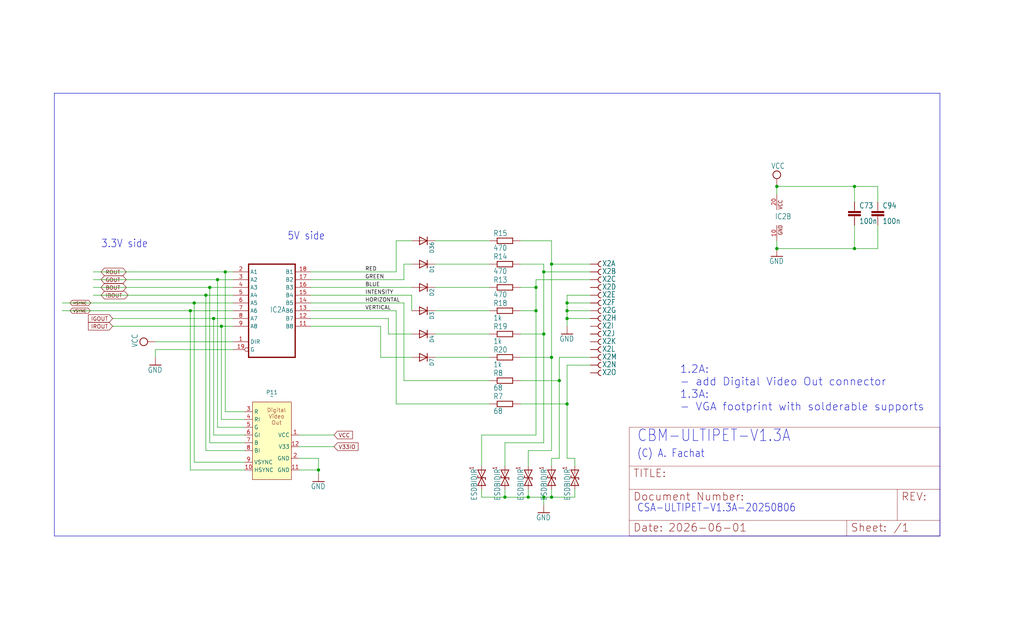
<source format=kicad_sch>
(kicad_sch (version 20250114) (generator "eeschema") (generator_version "9.0")
  (paper "User" 334.823 210.007)
  (lib_symbols
    (symbol "Diode:1N4448" (pin_numbers (hide yes)) (pin_names (hide yes))
      (property "Reference" "D" (at 0 2.54 0))
      (property "Value" "1N4448" (at 0 -2.54 0))
      (symbol "1N4448_0_1"
        (polyline (pts (xy -1.27 1.27) (xy -1.27 -1.27)) (stroke (width 0.254)))
        (polyline (pts (xy 1.27 1.27) (xy 1.27 -1.27) (xy -1.27 0) (xy 1.27 1.27)) (stroke (width 0.254)))
        (polyline (pts (xy 1.27 0) (xy -1.27 0)))
      )
      (symbol "1N4448_1_1"
        (pin passive line (at -3.81 0 0) (length 2.54) (name "K") (number "1"))
        (pin passive line (at 3.81 0 180) (length 2.54) (name "A") (number "2"))
      )
    )
    (symbol "cbm_ultipet_v1-eagle-import:74245DW"
      (property "Reference" "IC" (at -0.635 -0.635 0))
      (symbol "74245DW_1_0"
        (polyline (pts (xy -7.62 15.24) (xy -7.62 -15.24)) (stroke (width 0.4064)))
        (polyline (pts (xy -7.62 -15.24) (xy 7.62 -15.24)) (stroke (width 0.4064)))
        (polyline (pts (xy 7.62 15.24) (xy -7.62 15.24)) (stroke (width 0.4064)))
        (polyline (pts (xy 7.62 -15.24) (xy 7.62 15.24)) (stroke (width 0.4064)))
        (pin bidirectional line (at -12.7 12.7 0) (length 5.08) (name "A1") (number "2"))
        (pin bidirectional line (at -12.7 10.16 0) (length 5.08) (name "A2") (number "3"))
        (pin bidirectional line (at -12.7 7.62 0) (length 5.08) (name "A3") (number "4"))
        (pin bidirectional line (at -12.7 5.08 0) (length 5.08) (name "A4") (number "5"))
        (pin bidirectional line (at -12.7 2.54 0) (length 5.08) (name "A5") (number "6"))
        (pin bidirectional line (at -12.7 0 0) (length 5.08) (name "A6") (number "7"))
        (pin bidirectional line (at -12.7 -2.54 0) (length 5.08) (name "A7") (number "8"))
        (pin bidirectional line (at -12.7 -5.08 0) (length 5.08) (name "A8") (number "9"))
        (pin input line (at -12.7 -10.16 0) (length 5.08) (name "DIR") (number "1"))
        (pin input inverted (at -12.7 -12.7 0) (length 5.08) (name "G") (number "19"))
        (pin bidirectional line (at 12.7 12.7 180) (length 5.08) (name "B1") (number "18"))
        (pin bidirectional line (at 12.7 10.16 180) (length 5.08) (name "B2") (number "17"))
        (pin bidirectional line (at 12.7 7.62 180) (length 5.08) (name "B3") (number "16"))
        (pin bidirectional line (at 12.7 5.08 180) (length 5.08) (name "B4") (number "15"))
        (pin bidirectional line (at 12.7 2.54 180) (length 5.08) (name "B5") (number "14"))
        (pin bidirectional line (at 12.7 0 180) (length 5.08) (name "B6") (number "13"))
        (pin bidirectional line (at 12.7 -2.54 180) (length 5.08) (name "B7") (number "12"))
        (pin bidirectional line (at 12.7 -5.08 180) (length 5.08) (name "B8") (number "11"))
      )
      (symbol "74245DW_2_0"
        (text "VCC" (at 1.905 2.54 900) (effects (font (size 1.27 1.0795)) (justify left bottom)))
        (text "GND" (at 1.905 -5.842 900) (effects (font (size 1.27 1.0795)) (justify left bottom)))
        (pin power_in line (at 0 7.62 270) (length 5.08) (name "VCC") (number "20"))
        (pin power_in line (at 0 -7.62 90) (length 5.08) (name "GND") (number "10"))
      )
    )
    (symbol "cbm_ultipet_v1-eagle-import:C-EU025-024X044"
      (property "Reference" "C" (at 1.524 0.381 0))
      (symbol "C-EU025-024X044_1_0"
        (rectangle (start -2.032 -1.016) (end 2.032 -0.508) (fill (type outline)))
        (rectangle (start -2.032 -2.032) (end 2.032 -1.524) (fill (type outline)))
        (polyline (pts (xy 0 0) (xy 0 -0.508)) (stroke (width 0.1524)))
        (polyline (pts (xy 0 -2.54) (xy 0 -2.032)) (stroke (width 0.1524)))
        (pin passive line (at 0 2.54 270) (length 2.54) (name "1") (number "1"))
        (pin passive line (at 0 -5.08 90) (length 2.54) (name "2") (number "2"))
      )
    )
    (symbol "cbm_ultipet_v1-eagle-import:D-SUB15-HDR15RA"
      (property "Reference" "X" (at 1.27 -0.762 0))
      (symbol "D-SUB15-HDR15RA_1_0"
        (arc (start 0.889 -0.889) (mid 0.0038 0) (end 0.889 0.889) (stroke (width 0.254)))
        (pin passive line (at -2.54 0 0) (length 2.54) (name "F") (number "1"))
      )
      (symbol "D-SUB15-HDR15RA_2_0"
        (arc (start 0.889 -0.889) (mid 0.0038 0) (end 0.889 0.889) (stroke (width 0.254)))
        (pin passive line (at -2.54 0 0) (length 2.54) (name "F") (number "2"))
      )
      (symbol "D-SUB15-HDR15RA_3_0"
        (arc (start 0.889 -0.889) (mid 0.0038 0) (end 0.889 0.889) (stroke (width 0.254)))
        (pin passive line (at -2.54 0 0) (length 2.54) (name "F") (number "3"))
      )
      (symbol "D-SUB15-HDR15RA_4_0"
        (arc (start 0.889 -0.889) (mid 0.0038 0) (end 0.889 0.889) (stroke (width 0.254)))
        (pin passive line (at -2.54 0 0) (length 2.54) (name "F") (number "4"))
      )
      (symbol "D-SUB15-HDR15RA_5_0"
        (arc (start 0.889 -0.889) (mid 0.0038 0) (end 0.889 0.889) (stroke (width 0.254)))
        (pin passive line (at -2.54 0 0) (length 2.54) (name "F") (number "5"))
      )
      (symbol "D-SUB15-HDR15RA_6_0"
        (arc (start 0.889 -0.889) (mid 0.0038 0) (end 0.889 0.889) (stroke (width 0.254)))
        (pin passive line (at -2.54 0 0) (length 2.54) (name "F") (number "6"))
      )
      (symbol "D-SUB15-HDR15RA_7_0"
        (arc (start 0.889 -0.889) (mid 0.0038 0) (end 0.889 0.889) (stroke (width 0.254)))
        (pin passive line (at -2.54 0 0) (length 2.54) (name "F") (number "7"))
      )
      (symbol "D-SUB15-HDR15RA_8_0"
        (arc (start 0.889 -0.889) (mid 0.0038 0) (end 0.889 0.889) (stroke (width 0.254)))
        (pin passive line (at -2.54 0 0) (length 2.54) (name "F") (number "8"))
      )
      (symbol "D-SUB15-HDR15RA_9_0"
        (arc (start 0.889 -0.889) (mid 0.0038 0) (end 0.889 0.889) (stroke (width 0.254)))
        (pin passive line (at -2.54 0 0) (length 2.54) (name "F") (number "9"))
      )
      (symbol "D-SUB15-HDR15RA_10_0"
        (arc (start 0.889 -0.889) (mid 0.0038 0) (end 0.889 0.889) (stroke (width 0.254)))
        (pin passive line (at -2.54 0 0) (length 2.54) (name "F") (number "10"))
      )
      (symbol "D-SUB15-HDR15RA_11_0"
        (arc (start 0.889 -0.889) (mid 0.0038 0) (end 0.889 0.889) (stroke (width 0.254)))
        (pin passive line (at -2.54 0 0) (length 2.54) (name "F") (number "11"))
      )
      (symbol "D-SUB15-HDR15RA_12_0"
        (arc (start 0.889 -0.889) (mid 0.0038 0) (end 0.889 0.889) (stroke (width 0.254)))
        (pin passive line (at -2.54 0 0) (length 2.54) (name "F") (number "12"))
      )
      (symbol "D-SUB15-HDR15RA_13_0"
        (arc (start 0.889 -0.889) (mid 0.0038 0) (end 0.889 0.889) (stroke (width 0.254)))
        (pin passive line (at -2.54 0 0) (length 2.54) (name "F") (number "13"))
      )
      (symbol "D-SUB15-HDR15RA_14_0"
        (arc (start 0.889 -0.889) (mid 0.0038 0) (end 0.889 0.889) (stroke (width 0.254)))
        (pin passive line (at -2.54 0 0) (length 2.54) (name "F") (number "14"))
      )
      (symbol "D-SUB15-HDR15RA_15_0"
        (arc (start 0.889 -0.889) (mid 0.0038 0) (end 0.889 0.889) (stroke (width 0.254)))
        (pin passive line (at -2.54 0 0) (length 2.54) (name "F") (number "15"))
      )
    )
    (symbol "cbm_ultipet_v1-eagle-import:DOCFIELD"
      (symbol "DOCFIELD_1_0"
        (polyline (pts (xy 0 22.86) (xy 0 35.56)) (stroke (width 0.1016)))
        (polyline (pts (xy 0 22.86) (xy 101.6 22.86)) (stroke (width 0.1016)))
        (polyline (pts (xy 0 15.24) (xy 0 22.86)) (stroke (width 0.1016)))
        (polyline (pts (xy 0 5.08) (xy 0 15.24)) (stroke (width 0.1016)))
        (polyline (pts (xy 0 5.08) (xy 71.12 5.08)) (stroke (width 0.1016)))
        (polyline (pts (xy 0 0) (xy 0 5.08)) (stroke (width 0.1016)))
        (polyline (pts (xy 0 0) (xy 71.12 0)) (stroke (width 0.1016)))
        (polyline (pts (xy 71.12 5.08) (xy 71.12 0)) (stroke (width 0.1016)))
        (polyline (pts (xy 71.12 5.08) (xy 87.63 5.08)) (stroke (width 0.1016)))
        (polyline (pts (xy 71.12 0) (xy 101.6 0)) (stroke (width 0.1016)))
        (polyline (pts (xy 87.63 15.24) (xy 0 15.24)) (stroke (width 0.1016)))
        (polyline (pts (xy 87.63 15.24) (xy 87.63 5.08)) (stroke (width 0.1016)))
        (polyline (pts (xy 87.63 5.08) (xy 101.6 5.08)) (stroke (width 0.1016)))
        (polyline (pts (xy 101.6 35.56) (xy 0 35.56)) (stroke (width 0.1016)))
        (polyline (pts (xy 101.6 35.56) (xy 101.6 22.86)) (stroke (width 0.1016)))
        (polyline (pts (xy 101.6 22.86) (xy 101.6 15.24)) (stroke (width 0.1016)))
        (polyline (pts (xy 101.6 15.24) (xy 87.63 15.24)) (stroke (width 0.1016)))
        (polyline (pts (xy 101.6 15.24) (xy 101.6 5.08)) (stroke (width 0.1016)))
        (polyline (pts (xy 101.6 5.08) (xy 101.6 0)) (stroke (width 0.1016)))
        (text "TITLE:" (at 1.27 19.05 0) (effects (font (size 2.54 2.54)) (justify left bottom)))
        (text "Document Number:" (at 1.27 11.43 0) (effects (font (size 2.54 2.54)) (justify left bottom)))
        (text "Date:" (at 1.27 1.27 0) (effects (font (size 2.54 2.54)) (justify left bottom)))
        (text "${CURRENT_DATE}" (at 12.7 1.27 0) (effects (font (size 2.54 2.54)) (justify left bottom)))
        (text "${PROJECTNAME}" (at 17.78 19.05 0) (effects (font (size 2.54 2.54)) (justify left bottom)))
        (text "Sheet:" (at 72.39 1.27 0) (effects (font (size 2.54 2.54)) (justify left bottom)))
        (text "${#}/${##}" (at 86.36 1.27 0) (effects (font (size 2.54 2.54)) (justify left bottom)))
        (text "REV:" (at 88.9 11.43 0) (effects (font (size 2.54 2.54)) (justify left bottom)))
      )
    )
    (symbol "cbm_ultipet_v1-eagle-import:DVO-Connector"
      (property "Reference" "P" (at 2.032 7.112 0))
      (symbol "DVO-Connector_0_1"
        (rectangle (start -3.81 5.715) (end 8.89 -19.685) (fill (type background)))
      )
      (symbol "DVO-Connector_1_1"
        (text "Digital\nVideo\nOut" (at 4.064 1.016 0) (effects (font (size 1.27 1.27) (thickness 0.1))))
        (pin input line (at -6.35 2.54 0) (length 2.54) (name "R") (number "3"))
        (pin input line (at -6.35 0 0) (length 2.54) (name "RI") (number "4"))
        (pin input line (at -6.35 -2.54 0) (length 2.54) (name "G") (number "5"))
        (pin input line (at -6.35 -5.08 0) (length 2.54) (name "GI") (number "6"))
        (pin input line (at -6.35 -7.62 0) (length 2.54) (name "B") (number "7"))
        (pin input line (at -6.35 -10.16 0) (length 2.54) (name "BI") (number "8"))
        (pin input line (at -6.35 -13.97 0) (length 2.54) (name "VSYNC") (number "9"))
        (pin input line (at -6.35 -16.51 0) (length 2.54) (name "HSYNC") (number "10"))
        (pin power_in line (at 11.43 -5.08 180) (length 2.54) (name "VCC") (number "1"))
        (pin power_in line (at 11.43 -8.89 180) (length 2.54) (name "V33") (number "12"))
        (pin power_in line (at 11.43 -12.7 180) (length 2.54) (name "GND") (number "2"))
        (pin power_in line (at 11.43 -16.51 180) (length 2.54) (name "GND") (number "11"))
      )
    )
    (symbol "cbm_ultipet_v1-eagle-import:ESDBIDIR"
      (symbol "ESDBIDIR_1_0"
        (polyline (pts (xy -3.81 1.27) (xy -3.81 -1.27)) (stroke (width 0.254)))
        (polyline (pts (xy -3.81 -1.27) (xy -1.27 0)) (stroke (width 0.254)))
        (polyline (pts (xy -1.27 1.27) (xy -1.27 0)) (stroke (width 0.254)))
        (polyline (pts (xy -1.27 0) (xy -3.81 1.27)) (stroke (width 0.254)))
        (polyline (pts (xy -1.27 0) (xy -1.27 -1.27)) (stroke (width 0.254)))
        (polyline (pts (xy -1.27 0) (xy 1.27 1.27)) (stroke (width 0.254)))
        (polyline (pts (xy -1.27 -1.27) (xy -1.905 -1.27)) (stroke (width 0.254)))
        (polyline (pts (xy -0.635 1.27) (xy -1.27 1.27)) (stroke (width 0.254)))
        (polyline (pts (xy 1.27 1.27) (xy 1.27 -1.27)) (stroke (width 0.254)))
        (polyline (pts (xy 1.27 -1.27) (xy -1.27 0)) (stroke (width 0.254)))
        (text "1" (at -5.08 -2.54 0) (effects (font (size 1.27 1.0795)) (justify left bottom)))
        (pin passive line (at -5.08 0 0) (length 2.54) (name "1") (number "2"))
        (pin passive line (at 2.54 0 180) (length 2.54) (name "2") (number "1"))
      )
    )
    (symbol "cbm_ultipet_v1-eagle-import:GND" (power)
      (property "Value" "GND" (at -2.54 -2.54 0))
      (symbol "GND_1_0"
        (polyline (pts (xy -1.905 0) (xy 1.905 0)) (stroke (width 0.254)))
        (pin power_in line (at 0 2.54 270) (length 2.54) (name "GND") (number "1"))
      )
    )
    (symbol "cbm_ultipet_v1-eagle-import:R-EU_0204/2V"
      (property "Reference" "R" (at -3.81 1.4986 0))
      (symbol "R-EU_0204/2V_1_0"
        (polyline (pts (xy -2.54 -0.889) (xy -2.54 0.889)) (stroke (width 0.254)))
        (polyline (pts (xy -2.54 -0.889) (xy 2.54 -0.889)) (stroke (width 0.254)))
        (polyline (pts (xy 2.54 0.889) (xy -2.54 0.889)) (stroke (width 0.254)))
        (polyline (pts (xy 2.54 -0.889) (xy 2.54 0.889)) (stroke (width 0.254)))
        (pin passive line (at -5.08 0 0) (length 2.54) (name "1") (number "1"))
        (pin passive line (at 5.08 0 180) (length 2.54) (name "2") (number "2"))
      )
    )
    (symbol "cbm_ultipet_v1-eagle-import:VCC" (power)
      (property "Value" "VCC" (at -1.905 3.175 0))
      (symbol "VCC_1_0"
        (circle (center 0 1.27) (radius 1.27) (stroke (width 0.254)))
        (pin power_in line (at 0 -2.54 90) (length 2.54) (name "VCC") (number "1"))
      )
    )
  )
  (text "1.2A:\n- add Digital Video Out connector\n1.3A:\n- VGA footprint with solderable supports" (at 222.25 127 0) (effects (font (size 2.54 2.54)) (justify left)))
  (text "5V side" (at 93.98 78.74 0) (effects (font (size 2.54 2.159)) (justify left bottom)))
  (text "3.3V side" (at 33.02 81.28 0) (effects (font (size 2.54 2.159)) (justify left bottom)))
  (text "CSA-ULTIPET-V1.3A-20250806" (at 208.28 167.64 0) (effects (font (size 2.54 2.159)) (justify left bottom)))
  (text "CBM-ULTIPET-V1.3A" (at 208.28 144.78 0) (effects (font (size 3.81 3.2385)) (justify left bottom)))
  (text "(C) A. Fachat" (at 208.28 149.86 0) (effects (font (size 2.54 2.159)) (justify left bottom)))
  (junction (at 177.8 162.56))
  (junction (at 254 60.96))
  (junction (at 180.34 116.84))
  (junction (at 165.1 162.56))
  (junction (at 180.34 162.56))
  (junction (at 175.26 93.98))
  (junction (at 180.34 86.36))
  (junction (at 177.8 88.9))
  (junction (at 72.39 106.68))
  (junction (at 254 81.28))
  (junction (at 68.58 93.98))
  (junction (at 182.88 124.46))
  (junction (at 185.42 132.08))
  (junction (at 185.42 101.6))
  (junction (at 71.12 91.44))
  (junction (at 63.5 99.06))
  (junction (at 104.14 153.67))
  (junction (at 185.42 99.06))
  (junction (at 185.42 104.14))
  (junction (at 279.4 60.96))
  (junction (at 279.4 81.28))
  (junction (at 177.8 109.22))
  (junction (at 67.31 96.52))
  (junction (at 73.66 88.9))
  (junction (at 175.26 101.6))
  (junction (at 172.72 162.56))
  (junction (at 69.85 104.14))
  (junction (at 62.23 101.6))
  (wire (pts (xy 180.34 86.36) (xy 193.04 86.36)) (stroke (width 0.1524)))
  (wire (pts (xy 97.79 153.67) (xy 104.14 153.67)))
  (wire (pts (xy 182.88 149.86) (xy 180.34 149.86)) (stroke (width 0.1524)))
  (wire (pts (xy 177.8 144.78) (xy 177.8 109.22)) (stroke (width 0.1524)))
  (wire (pts (xy 185.42 101.6) (xy 185.42 104.14)) (stroke (width 0.1524)))
  (wire (pts (xy 182.88 124.46) (xy 182.88 116.84)) (stroke (width 0.1524)))
  (wire (pts (xy 187.96 160.02) (xy 187.96 162.56)) (stroke (width 0.1524)))
  (wire (pts (xy 172.72 162.56) (xy 165.1 162.56)) (stroke (width 0.1524)))
  (wire (pts (xy 175.26 142.24) (xy 157.48 142.24)) (stroke (width 0.1524)))
  (wire (pts (xy 36.83 106.68) (xy 72.39 106.68)))
  (wire (pts (xy 254 60.96) (xy 254 63.5)) (stroke (width 0.1524)))
  (wire (pts (xy 185.42 132.08) (xy 185.42 119.38)) (stroke (width 0.1524)))
  (wire (pts (xy 182.88 124.46) (xy 182.88 149.86)) (stroke (width 0.1524)))
  (wire (pts (xy 80.01 151.13) (xy 63.5 151.13)))
  (wire (pts (xy 62.23 153.67) (xy 62.23 101.6)))
  (wire (pts (xy 129.54 132.08) (xy 160.02 132.08)) (stroke (width 0.1524)))
  (wire (pts (xy 132.08 86.36) (xy 134.62 86.36)) (stroke (width 0.1524)))
  (wire (pts (xy 172.72 147.32) (xy 180.34 147.32)) (stroke (width 0.1524)))
  (wire (pts (xy 160.02 116.84) (xy 152.4 116.84)) (stroke (width 0.1524)))
  (wire (pts (xy 165.1 152.4) (xy 165.1 144.78)) (stroke (width 0.1524)))
  (wire (pts (xy 165.1 160.02) (xy 165.1 162.56)) (stroke (width 0.1524)))
  (wire (pts (xy 67.31 147.32) (xy 67.31 96.52)))
  (polyline (pts (xy 307.34 175.26) (xy 307.34 30.48)) (stroke (width 0.1524) (type solid)))
  (wire (pts (xy 101.6 93.98) (xy 134.62 93.98)) (stroke (width 0.1524)))
  (wire (pts (xy 36.83 104.14) (xy 69.85 104.14)))
  (wire (pts (xy 69.85 142.24) (xy 69.85 104.14)))
  (wire (pts (xy 50.8 111.76) (xy 76.2 111.76)) (stroke (width 0.1524)))
  (wire (pts (xy 187.96 162.56) (xy 180.34 162.56)) (stroke (width 0.1524)))
  (wire (pts (xy 124.46 106.68) (xy 101.6 106.68)))
  (wire (pts (xy 104.14 153.67) (xy 104.14 154.94)))
  (wire (pts (xy 69.85 104.14) (xy 76.2 104.14)))
  (wire (pts (xy 180.34 160.02) (xy 180.34 162.56)) (stroke (width 0.1524)))
  (wire (pts (xy 20.32 99.06) (xy 63.5 99.06)) (stroke (width 0.1524)))
  (wire (pts (xy 180.34 116.84) (xy 180.34 86.36)) (stroke (width 0.1524)))
  (wire (pts (xy 80.01 134.62) (xy 73.66 134.62)))
  (wire (pts (xy 170.18 124.46) (xy 182.88 124.46)) (stroke (width 0.1524)))
  (wire (pts (xy 180.34 162.56) (xy 177.8 162.56)) (stroke (width 0.1524)))
  (wire (pts (xy 187.96 152.4) (xy 187.96 149.86)) (stroke (width 0.1524)))
  (wire (pts (xy 101.6 99.06) (xy 132.08 99.06)) (stroke (width 0.1524)))
  (wire (pts (xy 287.02 60.96) (xy 287.02 66.04)) (stroke (width 0.1524)))
  (wire (pts (xy 20.32 101.6) (xy 62.23 101.6)) (stroke (width 0.1524)))
  (wire (pts (xy 177.8 88.9) (xy 177.8 86.36)) (stroke (width 0.1524)))
  (wire (pts (xy 132.08 99.06) (xy 132.08 124.46)) (stroke (width 0.1524)))
  (wire (pts (xy 71.12 91.44) (xy 30.48 91.44)) (stroke (width 0.1524)))
  (wire (pts (xy 142.24 78.74) (xy 160.02 78.74)) (stroke (width 0.1524)))
  (wire (pts (xy 97.79 142.24) (xy 109.22 142.24)))
  (wire (pts (xy 170.18 78.74) (xy 180.34 78.74)) (stroke (width 0.1524)))
  (wire (pts (xy 254 78.74) (xy 254 81.28)) (stroke (width 0.1524)))
  (wire (pts (xy 185.42 119.38) (xy 193.04 119.38)) (stroke (width 0.1524)))
  (wire (pts (xy 170.18 132.08) (xy 185.42 132.08)) (stroke (width 0.1524)))
  (wire (pts (xy 185.42 96.52) (xy 185.42 99.06)) (stroke (width 0.1524)))
  (wire (pts (xy 193.04 96.52) (xy 185.42 96.52)) (stroke (width 0.1524)))
  (wire (pts (xy 142.24 109.22) (xy 152.4 109.22)))
  (wire (pts (xy 175.26 101.6) (xy 175.26 142.24)) (stroke (width 0.1524)))
  (wire (pts (xy 177.8 88.9) (xy 193.04 88.9)) (stroke (width 0.1524)))
  (wire (pts (xy 127 109.22) (xy 127 104.14)))
  (polyline (pts (xy 17.78 175.26) (xy 17.78 30.48)) (stroke (width 0.1524) (type solid)))
  (wire (pts (xy 157.48 142.24) (xy 157.48 152.4)) (stroke (width 0.1524)))
  (wire (pts (xy 101.6 91.44) (xy 132.08 91.44)) (stroke (width 0.1524)))
  (wire (pts (xy 160.02 109.22) (xy 152.4 109.22)) (stroke (width 0.1524)))
  (wire (pts (xy 185.42 132.08) (xy 185.42 149.86)) (stroke (width 0.1524)))
  (wire (pts (xy 67.31 96.52) (xy 30.48 96.52)) (stroke (width 0.1524)))
  (wire (pts (xy 127 109.22) (xy 134.62 109.22)))
  (wire (pts (xy 73.66 88.9) (xy 30.48 88.9)) (stroke (width 0.1524)))
  (wire (pts (xy 157.48 160.02) (xy 157.48 162.56)) (stroke (width 0.1524)))
  (wire (pts (xy 177.8 162.56) (xy 177.8 165.1)) (stroke (width 0.1524)))
  (wire (pts (xy 180.34 78.74) (xy 180.34 86.36)) (stroke (width 0.1524)))
  (wire (pts (xy 76.2 91.44) (xy 71.12 91.44)) (stroke (width 0.1524)))
  (wire (pts (xy 68.58 144.78) (xy 68.58 93.98)))
  (wire (pts (xy 165.1 144.78) (xy 177.8 144.78)) (stroke (width 0.1524)))
  (wire (pts (xy 172.72 152.4) (xy 172.72 147.32)) (stroke (width 0.1524)))
  (wire (pts (xy 142.24 93.98) (xy 160.02 93.98)))
  (polyline (pts (xy 17.78 175.26) (xy 307.34 175.26)) (stroke (width 0.1524) (type solid)))
  (wire (pts (xy 279.4 81.28) (xy 287.02 81.28)) (stroke (width 0.1524)))
  (wire (pts (xy 104.14 149.86) (xy 104.14 153.67)))
  (wire (pts (xy 134.62 96.52) (xy 134.62 101.6)) (stroke (width 0.1524)))
  (wire (pts (xy 279.4 60.96) (xy 287.02 60.96)) (stroke (width 0.1524)))
  (wire (pts (xy 254 60.96) (xy 279.4 60.96)) (stroke (width 0.1524)))
  (wire (pts (xy 101.6 101.6) (xy 129.54 101.6)) (stroke (width 0.1524)))
  (wire (pts (xy 124.46 116.84) (xy 134.62 116.84)))
  (wire (pts (xy 254 81.28) (xy 279.4 81.28)) (stroke (width 0.1524)))
  (wire (pts (xy 76.2 88.9) (xy 73.66 88.9)) (stroke (width 0.1524)))
  (wire (pts (xy 129.54 88.9) (xy 129.54 78.74)) (stroke (width 0.1524)))
  (wire (pts (xy 101.6 88.9) (xy 129.54 88.9)) (stroke (width 0.1524)))
  (wire (pts (xy 80.01 147.32) (xy 67.31 147.32)))
  (wire (pts (xy 132.08 124.46) (xy 160.02 124.46)) (stroke (width 0.1524)))
  (wire (pts (xy 72.39 137.16) (xy 72.39 106.68)))
  (wire (pts (xy 63.5 99.06) (xy 76.2 99.06)) (stroke (width 0.1524)))
  (wire (pts (xy 180.34 147.32) (xy 180.34 116.84)) (stroke (width 0.1524)))
  (wire (pts (xy 68.58 93.98) (xy 30.48 93.98)) (stroke (width 0.1524)))
  (wire (pts (xy 170.18 116.84) (xy 180.34 116.84)) (stroke (width 0.1524)))
  (wire (pts (xy 170.18 109.22) (xy 177.8 109.22)) (stroke (width 0.1524)))
  (wire (pts (xy 170.18 93.98) (xy 175.26 93.98)) (stroke (width 0.1524)))
  (wire (pts (xy 80.01 142.24) (xy 69.85 142.24)))
  (wire (pts (xy 62.23 101.6) (xy 76.2 101.6)) (stroke (width 0.1524)))
  (wire (pts (xy 175.26 91.44) (xy 193.04 91.44)) (stroke (width 0.1524)))
  (wire (pts (xy 177.8 162.56) (xy 172.72 162.56)) (stroke (width 0.1524)))
  (wire (pts (xy 127 104.14) (xy 101.6 104.14)))
  (wire (pts (xy 142.24 101.6) (xy 160.02 101.6)) (stroke (width 0.1524)))
  (wire (pts (xy 80.01 153.67) (xy 62.23 153.67)))
  (wire (pts (xy 80.01 144.78) (xy 68.58 144.78)))
  (wire (pts (xy 287.02 81.28) (xy 287.02 73.66)) (stroke (width 0.1524)))
  (wire (pts (xy 73.66 134.62) (xy 73.66 88.9)))
  (wire (pts (xy 279.4 73.66) (xy 279.4 81.28)) (stroke (width 0.1524)))
  (wire (pts (xy 76.2 93.98) (xy 68.58 93.98)) (stroke (width 0.1524)))
  (wire (pts (xy 71.12 139.7) (xy 71.12 91.44)))
  (wire (pts (xy 185.42 104.14) (xy 185.42 106.68)) (stroke (width 0.1524)))
  (wire (pts (xy 132.08 91.44) (xy 132.08 86.36)) (stroke (width 0.1524)))
  (wire (pts (xy 76.2 114.3) (xy 50.8 114.3)) (stroke (width 0.1524)))
  (wire (pts (xy 72.39 106.68) (xy 76.2 106.68)))
  (wire (pts (xy 50.8 114.3) (xy 50.8 116.84)) (stroke (width 0.1524)))
  (wire (pts (xy 175.26 93.98) (xy 175.26 91.44)) (stroke (width 0.1524)))
  (wire (pts (xy 170.18 101.6) (xy 175.26 101.6)) (stroke (width 0.1524)))
  (wire (pts (xy 175.26 101.6) (xy 175.26 93.98)) (stroke (width 0.1524)))
  (wire (pts (xy 193.04 104.14) (xy 185.42 104.14)) (stroke (width 0.1524)))
  (wire (pts (xy 193.04 99.06) (xy 185.42 99.06)) (stroke (width 0.1524)))
  (wire (pts (xy 97.79 146.05) (xy 109.22 146.05)))
  (wire (pts (xy 97.79 149.86) (xy 104.14 149.86)))
  (wire (pts (xy 142.24 116.84) (xy 152.4 116.84)))
  (wire (pts (xy 182.88 116.84) (xy 193.04 116.84)) (stroke (width 0.1524)))
  (wire (pts (xy 124.46 116.84) (xy 124.46 106.68)))
  (polyline (pts (xy 17.78 30.48) (xy 307.34 30.48)) (stroke (width 0.1524) (type solid)))
  (wire (pts (xy 165.1 162.56) (xy 157.48 162.56)) (stroke (width 0.1524)))
  (wire (pts (xy 63.5 151.13) (xy 63.5 99.06)))
  (wire (pts (xy 142.24 86.36) (xy 160.02 86.36)) (stroke (width 0.1524)))
  (wire (pts (xy 193.04 101.6) (xy 185.42 101.6)) (stroke (width 0.1524)))
  (wire (pts (xy 180.34 152.4) (xy 180.34 149.86)) (stroke (width 0.1524)))
  (wire (pts (xy 76.2 96.52) (xy 67.31 96.52)) (stroke (width 0.1524)))
  (wire (pts (xy 101.6 96.52) (xy 134.62 96.52)) (stroke (width 0.1524)))
  (wire (pts (xy 172.72 160.02) (xy 172.72 162.56)) (stroke (width 0.1524)))
  (wire (pts (xy 185.42 99.06) (xy 185.42 101.6)) (stroke (width 0.1524)))
  (wire (pts (xy 80.01 137.16) (xy 72.39 137.16)))
  (wire (pts (xy 80.01 139.7) (xy 71.12 139.7)))
  (wire (pts (xy 177.8 109.22) (xy 177.8 88.9)) (stroke (width 0.1524)))
  (wire (pts (xy 129.54 78.74) (xy 134.62 78.74)) (stroke (width 0.1524)))
  (wire (pts (xy 185.42 149.86) (xy 187.96 149.86)) (stroke (width 0.1524)))
  (wire (pts (xy 177.8 86.36) (xy 170.18 86.36)) (stroke (width 0.1524)))
  (wire (pts (xy 129.54 101.6) (xy 129.54 132.08)) (stroke (width 0.1524)))
  (wire (pts (xy 279.4 66.04) (xy 279.4 60.96)) (stroke (width 0.1524)))
  (label "VERTICAL" (at 119.38 101.6 0) (effects (font (size 1.2446 1.2446))))
  (label "HORIZONTAL" (at 119.38 99.06 0) (effects (font (size 1.2446 1.2446))))
  (label "GREEN" (at 119.38 91.44 0) (effects (font (size 1.2446 1.2446))))
  (label "RED" (at 119.38 88.9 0) (effects (font (size 1.2446 1.2446))))
  (label "BLUE" (at 119.38 93.98 0) (effects (font (size 1.2446 1.2446))))
  (label "INTENSITY" (at 119.38 96.52 0) (effects (font (size 1.2446 1.2446))))
  (global_label "V33IO" (shape input) (at 109.22 146.05 0) (property "Intersheetrefs" "${INTERSHEET_REFS}" (effects (hide yes))))
  (global_label "HSYNC" (shape bidirectional) (at 22.86 99.06 0) (effects (font (size 0.889 0.889))) (property "Intersheetrefs" "${INTERSHEET_REFS}" (effects (hide yes))))
  (global_label "IGOUT" (shape input) (at 36.83 104.14 180) (property "Intersheetrefs" "${INTERSHEET_REFS}" (effects (hide yes))))
  (global_label "VCC" (shape input) (at 109.22 142.24 0) (property "Intersheetrefs" "${INTERSHEET_REFS}" (effects (hide yes))))
  (global_label "ROUT" (shape bidirectional) (at 33.02 88.9 0) (effects (font (size 1.2446 1.2446))) (property "Intersheetrefs" "${INTERSHEET_REFS}" (effects (hide yes))))
  (global_label "IBOUT" (shape bidirectional) (at 33.02 96.52 0) (effects (font (size 1.2446 1.2446))) (property "Intersheetrefs" "${INTERSHEET_REFS}" (effects (hide yes))))
  (global_label "VSYNC" (shape bidirectional) (at 22.86 101.6 0) (effects (font (size 0.889 0.889))) (property "Intersheetrefs" "${INTERSHEET_REFS}" (effects (hide yes))))
  (global_label "GOUT" (shape bidirectional) (at 33.02 91.44 0) (effects (font (size 1.2446 1.2446))) (property "Intersheetrefs" "${INTERSHEET_REFS}" (effects (hide yes))))
  (global_label "BOUT" (shape bidirectional) (at 33.02 93.98 0) (effects (font (size 1.2446 1.2446))) (property "Intersheetrefs" "${INTERSHEET_REFS}" (effects (hide yes))))
  (global_label "IROUT" (shape input) (at 36.83 106.68 180) (property "Intersheetrefs" "${INTERSHEET_REFS}" (effects (hide yes))))
  (symbol (lib_id "cbm_ultipet_v1-eagle-import:R-EU_0204/2V") (at 165.1 78.74 0) (unit 1)
    (property "Reference" "R15" (at 161.29 77.2414 0) (effects (font (size 1.778 1.5113)) (justify left bottom)))
    (property "Value" "470" (at 161.29 82.042 0) (effects (font (size 1.778 1.5113)) (justify left bottom)))
    (property "Footprint" "cbm_ultipet_v1:0204V" (effects (hide yes)))
  )
  (symbol (lib_id "cbm_ultipet_v1-eagle-import:74245DW") (at 88.9 101.6 0) (unit 1)
    (property "Reference" "IC2" (at 88.265 102.235 0) (effects (font (size 1.778 1.5113)) (justify left bottom)))
    (property "Value" "74245DW" (effects (hide yes)))
    (property "Footprint" "Package_SO:SOP-20_7.5x12.8mm_P1.27mm" (effects (hide yes)))
  )
  (symbol (lib_id "cbm_ultipet_v1-eagle-import:74245DW") (at 254 71.12 0) (unit 2)
    (property "Reference" "IC2" (at 253.365 71.755 0) (effects (font (size 1.778 1.5113)) (justify left bottom)))
    (property "Value" "74245DW" (effects (hide yes)))
    (property "Footprint" "Package_SO:SOP-20_7.5x12.8mm_P1.27mm" (effects (hide yes)))
  )
  (symbol (lib_id "cbm_ultipet_v1-eagle-import:R-EU_0204/2V") (at 165.1 93.98 0) (unit 1)
    (property "Reference" "R13" (at 161.29 92.4814 0) (effects (font (size 1.778 1.5113)) (justify left bottom)))
    (property "Value" "470" (at 161.29 97.282 0) (effects (font (size 1.778 1.5113)) (justify left bottom)))
    (property "Footprint" "cbm_ultipet_v1:0204V" (effects (hide yes)))
  )
  (symbol (lib_id "cbm_ultipet_v1-eagle-import:GND") (at 50.8 119.38 0) (unit 1)
    (property "Reference" "#GND013" (effects (hide yes)))
    (property "Value" "GND" (at 48.26 121.92 0) (effects (font (size 1.778 1.5113)) (justify left bottom)))
  )
  (symbol (lib_id "cbm_ultipet_v1-eagle-import:GND") (at 177.8 167.64 0) (unit 1)
    (property "Reference" "#GND019" (effects (hide yes)))
    (property "Value" "GND" (at 175.26 170.18 0) (effects (font (size 1.778 1.5113)) (justify left bottom)))
  )
  (symbol (lib_id "Diode:1N4448") (at 138.43 109.22 180) (unit 1)
    (property "Reference" "D4" (at 141.224 109.474 90) (effects (justify left)))
    (property "Value" "1N4448" (effects (hide yes)))
    (property "Footprint" "Diode_THT:D_DO-35_SOD27_P7.62mm_Horizontal" (effects (hide yes)))
    (property "Datasheet" "https://assets.nexperia.com/documents/data-sheet/1N4148_1N4448.pdf" (effects (hide yes)))
    (property "Description" "100V 0.15A High-speed standard diode, DO-35" (effects (hide yes)))
    (property "Sim.Device" "D" (effects (hide yes)))
    (property "Sim.Pins" "1=K 2=A" (effects (hide yes)))
  )
  (symbol (lib_id "cbm_ultipet_v1-eagle-import:R-EU_0204/2V") (at 165.1 132.08 0) (unit 1)
    (property "Reference" "R7" (at 161.29 130.5814 0) (effects (font (size 1.778 1.5113)) (justify left bottom)))
    (property "Value" "68" (at 161.29 135.382 0) (effects (font (size 1.778 1.5113)) (justify left bottom)))
    (property "Footprint" "cbm_ultipet_v1:0204V" (effects (hide yes)))
  )
  (symbol (lib_id "cbm_ultipet_v1-eagle-import:R-EU_0204/2V") (at 165.1 116.84 0) (unit 1)
    (property "Reference" "R20" (at 161.29 115.3414 0) (effects (font (size 1.778 1.5113)) (justify left bottom)))
    (property "Value" "1k" (at 161.29 120.142 0) (effects (font (size 1.778 1.5113)) (justify left bottom)))
    (property "Footprint" "cbm_ultipet_v1:0204V" (effects (hide yes)))
  )
  (symbol (lib_id "cbm_ultipet_v1-eagle-import:ESDBIDIR") (at 187.96 157.48 270) (unit 1)
    (property "Reference" "UX5" (effects (hide yes)))
    (property "Value" "ESDBIDIR" (at 184.531 153.162 0) (effects (font (size 1.778 1.5113)) (justify left bottom)))
    (property "Footprint" "cbm_ultipet_v1:SOD323" (effects (hide yes)))
  )
  (symbol (lib_id "cbm_ultipet_v1-eagle-import:D-SUB15-HDR15RA") (at 195.58 91.44 0) (unit 3)
    (property "Reference" "X2" (at 196.85 92.202 0) (effects (font (size 1.778 1.5113)) (justify left bottom)))
    (property "Value" "D-SUB15-HDR15RA" (effects (hide yes)))
    (property "Footprint" "Connector_Dsub:DSUB-15-HD_Socket_Horizontal_P2.29x2.54mm_EdgePinOffset8.35mm_Housed_MountingHolesOffset10.89mm" (effects (hide yes)))
  )
  (symbol (lib_id "cbm_ultipet_v1-eagle-import:ESDBIDIR") (at 172.72 157.48 270) (unit 1)
    (property "Reference" "UX8" (effects (hide yes)))
    (property "Value" "ESDBIDIR" (at 169.291 153.162 0) (effects (font (size 1.778 1.5113)) (justify left bottom)))
    (property "Footprint" "cbm_ultipet_v1:SOD323" (effects (hide yes)))
  )
  (symbol (lib_id "cbm_ultipet_v1-eagle-import:C-EU025-024X044") (at 279.4 68.58 0) (unit 1)
    (property "Reference" "C73" (at 280.924 68.199 0) (effects (font (size 1.778 1.5113)) (justify left bottom)))
    (property "Value" "100n" (at 280.924 73.279 0) (effects (font (size 1.778 1.5113)) (justify left bottom)))
    (property "Footprint" "cbm_ultipet_v1:C025-025X050" (effects (hide yes)))
  )
  (symbol (lib_id "cbm_ultipet_v1-eagle-import:R-EU_0204/2V") (at 165.1 124.46 0) (unit 1)
    (property "Reference" "R8" (at 161.29 122.9614 0) (effects (font (size 1.778 1.5113)) (justify left bottom)))
    (property "Value" "68" (at 161.29 127.762 0) (effects (font (size 1.778 1.5113)) (justify left bottom)))
    (property "Footprint" "cbm_ultipet_v1:0204V" (effects (hide yes)))
  )
  (symbol (lib_id "Diode:1N4448") (at 138.43 93.98 180) (unit 1)
    (property "Reference" "D2" (at 141.224 94.234 90) (effects (justify left)))
    (property "Value" "1N4448" (effects (hide yes)))
    (property "Footprint" "Diode_THT:D_DO-35_SOD27_P7.62mm_Horizontal" (effects (hide yes)))
    (property "Datasheet" "https://assets.nexperia.com/documents/data-sheet/1N4148_1N4448.pdf" (effects (hide yes)))
    (property "Description" "100V 0.15A High-speed standard diode, DO-35" (effects (hide yes)))
    (property "Sim.Device" "D" (effects (hide yes)))
    (property "Sim.Pins" "1=K 2=A" (effects (hide yes)))
  )
  (symbol (lib_id "cbm_ultipet_v1-eagle-import:DVO-Connector") (at 86.36 137.16 0) (unit 1)
    (property "Reference" "P11" (at 88.9 128.27 0))
    (property "Value" "~" (at 88.9 129.54 0))
    (property "Footprint" "Connector_PinHeader_2.54mm:PinHeader_2x06_P2.54mm_Vertical" (effects (hide yes)))
  )
  (symbol (lib_id "cbm_ultipet_v1-eagle-import:GND") (at 104.14 157.48 0) (unit 1)
    (property "Reference" "#GND0146" (effects (hide yes)))
    (property "Value" "GND" (at 101.6 160.02 0) (effects (font (size 1.778 1.5113)) (justify left bottom)))
  )
  (symbol (lib_id "cbm_ultipet_v1-eagle-import:D-SUB15-HDR15RA") (at 195.58 121.92 0) (unit 15)
    (property "Reference" "X2" (at 196.85 122.682 0) (effects (font (size 1.778 1.5113)) (justify left bottom)))
    (property "Value" "D-SUB15-HDR15RA" (effects (hide yes)))
    (property "Footprint" "Connector_Dsub:DSUB-15-HD_Socket_Horizontal_P2.29x2.54mm_EdgePinOffset8.35mm_Housed_MountingHolesOffset10.89mm" (effects (hide yes)))
  )
  (symbol (lib_id "cbm_ultipet_v1-eagle-import:D-SUB15-HDR15RA") (at 195.58 86.36 0) (unit 1)
    (property "Reference" "X2" (at 196.85 87.122 0) (effects (font (size 1.778 1.5113)) (justify left bottom)))
    (property "Value" "D-SUB15-HDR15RA" (effects (hide yes)))
    (property "Footprint" "Connector_Dsub:DSUB-15-HD_Socket_Horizontal_P2.29x2.54mm_EdgePinOffset8.35mm_Housed_MountingHolesOffset10.89mm" (effects (hide yes)))
  )
  (symbol (lib_id "cbm_ultipet_v1-eagle-import:D-SUB15-HDR15RA") (at 195.58 114.3 0) (unit 12)
    (property "Reference" "X2" (at 196.85 115.062 0) (effects (font (size 1.778 1.5113)) (justify left bottom)))
    (property "Value" "D-SUB15-HDR15RA" (effects (hide yes)))
    (property "Footprint" "Connector_Dsub:DSUB-15-HD_Socket_Horizontal_P2.29x2.54mm_EdgePinOffset8.35mm_Housed_MountingHolesOffset10.89mm" (effects (hide yes)))
  )
  (symbol (lib_id "Diode:1N4448") (at 138.43 78.74 180) (unit 1)
    (property "Reference" "D36" (at 141.224 78.994 90) (effects (justify left)))
    (property "Value" "1N4448" (effects (hide yes)))
    (property "Footprint" "Diode_THT:D_DO-35_SOD27_P7.62mm_Horizontal" (effects (hide yes)))
    (property "Datasheet" "https://assets.nexperia.com/documents/data-sheet/1N4148_1N4448.pdf" (effects (hide yes)))
    (property "Description" "100V 0.15A High-speed standard diode, DO-35" (effects (hide yes)))
    (property "Sim.Device" "D" (effects (hide yes)))
    (property "Sim.Pins" "1=K 2=A" (effects (hide yes)))
  )
  (symbol (lib_id "cbm_ultipet_v1-eagle-import:D-SUB15-HDR15RA") (at 195.58 116.84 0) (unit 13)
    (property "Reference" "X2" (at 196.85 117.602 0) (effects (font (size 1.778 1.5113)) (justify left bottom)))
    (property "Value" "D-SUB15-HDR15RA" (effects (hide yes)))
    (property "Footprint" "Connector_Dsub:DSUB-15-HD_Socket_Horizontal_P2.29x2.54mm_EdgePinOffset8.35mm_Housed_MountingHolesOffset10.89mm" (effects (hide yes)))
  )
  (symbol (lib_id "cbm_ultipet_v1-eagle-import:ESDBIDIR") (at 180.34 157.48 270) (unit 1)
    (property "Reference" "UX6" (effects (hide yes)))
    (property "Value" "ESDBIDIR" (at 176.911 153.162 0) (effects (font (size 1.778 1.5113)) (justify left bottom)))
    (property "Footprint" "cbm_ultipet_v1:SOD323" (effects (hide yes)))
  )
  (symbol (lib_id "cbm_ultipet_v1-eagle-import:D-SUB15-HDR15RA") (at 195.58 104.14 0) (unit 8)
    (property "Reference" "X2" (at 196.85 104.902 0) (effects (font (size 1.778 1.5113)) (justify left bottom)))
    (property "Value" "D-SUB15-HDR15RA" (effects (hide yes)))
    (property "Footprint" "Connector_Dsub:DSUB-15-HD_Socket_Horizontal_P2.29x2.54mm_EdgePinOffset8.35mm_Housed_MountingHolesOffset10.89mm" (effects (hide yes)))
  )
  (symbol (lib_id "cbm_ultipet_v1-eagle-import:D-SUB15-HDR15RA") (at 195.58 96.52 0) (unit 5)
    (property "Reference" "X2" (at 196.85 97.282 0) (effects (font (size 1.778 1.5113)) (justify left bottom)))
    (property "Value" "D-SUB15-HDR15RA" (effects (hide yes)))
    (property "Footprint" "Connector_Dsub:DSUB-15-HD_Socket_Horizontal_P2.29x2.54mm_EdgePinOffset8.35mm_Housed_MountingHolesOffset10.89mm" (effects (hide yes)))
  )
  (symbol (lib_id "cbm_ultipet_v1-eagle-import:D-SUB15-HDR15RA") (at 195.58 99.06 0) (unit 6)
    (property "Reference" "X2" (at 196.85 99.822 0) (effects (font (size 1.778 1.5113)) (justify left bottom)))
    (property "Value" "D-SUB15-HDR15RA" (effects (hide yes)))
    (property "Footprint" "Connector_Dsub:DSUB-15-HD_Socket_Horizontal_P2.29x2.54mm_EdgePinOffset8.35mm_Housed_MountingHolesOffset10.89mm" (effects (hide yes)))
  )
  (symbol (lib_id "cbm_ultipet_v1-eagle-import:VCC") (at 254 58.42 0) (unit 1)
    (property "Reference" "#V05" (effects (hide yes)))
    (property "Value" "VCC" (at 252.095 55.245 0) (effects (font (size 1.778 1.5113)) (justify left bottom)))
  )
  (symbol (lib_id "Diode:1N4448") (at 138.43 86.36 180) (unit 1)
    (property "Reference" "D1" (at 141.224 86.614 90) (effects (justify left)))
    (property "Value" "1N4448" (effects (hide yes)))
    (property "Footprint" "Diode_THT:D_DO-35_SOD27_P7.62mm_Horizontal" (effects (hide yes)))
    (property "Datasheet" "https://assets.nexperia.com/documents/data-sheet/1N4148_1N4448.pdf" (effects (hide yes)))
    (property "Description" "100V 0.15A High-speed standard diode, DO-35" (effects (hide yes)))
    (property "Sim.Device" "D" (effects (hide yes)))
    (property "Sim.Pins" "1=K 2=A" (effects (hide yes)))
  )
  (symbol (lib_id "cbm_ultipet_v1-eagle-import:D-SUB15-HDR15RA") (at 195.58 109.22 0) (unit 10)
    (property "Reference" "X2" (at 196.85 109.982 0) (effects (font (size 1.778 1.5113)) (justify left bottom)))
    (property "Value" "D-SUB15-HDR15RA" (effects (hide yes)))
    (property "Footprint" "Connector_Dsub:DSUB-15-HD_Socket_Horizontal_P2.29x2.54mm_EdgePinOffset8.35mm_Housed_MountingHolesOffset10.89mm" (effects (hide yes)))
  )
  (symbol (lib_id "cbm_ultipet_v1-eagle-import:DOCFIELD") (at 205.74 175.26 0) (unit 1)
    (property "Reference" "#FRAME4" (effects (hide yes)))
    (property "Value" "DOCFIELD" (effects (hide yes)))
  )
  (symbol (lib_id "cbm_ultipet_v1-eagle-import:D-SUB15-HDR15RA") (at 195.58 111.76 0) (unit 11)
    (property "Reference" "X2" (at 196.85 112.522 0) (effects (font (size 1.778 1.5113)) (justify left bottom)))
    (property "Value" "D-SUB15-HDR15RA" (effects (hide yes)))
    (property "Footprint" "Connector_Dsub:DSUB-15-HD_Socket_Horizontal_P2.29x2.54mm_EdgePinOffset8.35mm_Housed_MountingHolesOffset10.89mm" (effects (hide yes)))
  )
  (symbol (lib_id "cbm_ultipet_v1-eagle-import:D-SUB15-HDR15RA") (at 195.58 93.98 0) (unit 4)
    (property "Reference" "X2" (at 196.85 94.742 0) (effects (font (size 1.778 1.5113)) (justify left bottom)))
    (property "Value" "D-SUB15-HDR15RA" (effects (hide yes)))
    (property "Footprint" "Connector_Dsub:DSUB-15-HD_Socket_Horizontal_P2.29x2.54mm_EdgePinOffset8.35mm_Housed_MountingHolesOffset10.89mm" (effects (hide yes)))
  )
  (symbol (lib_id "Diode:1N4448") (at 138.43 116.84 180) (unit 1)
    (property "Reference" "D7" (at 141.224 117.094 90) (effects (justify left)))
    (property "Value" "1N4448" (effects (hide yes)))
    (property "Footprint" "Diode_THT:D_DO-35_SOD27_P7.62mm_Horizontal" (effects (hide yes)))
    (property "Datasheet" "https://assets.nexperia.com/documents/data-sheet/1N4148_1N4448.pdf" (effects (hide yes)))
    (property "Description" "100V 0.15A High-speed standard diode, DO-35" (effects (hide yes)))
    (property "Sim.Device" "D" (effects (hide yes)))
    (property "Sim.Pins" "1=K 2=A" (effects (hide yes)))
  )
  (symbol (lib_id "cbm_ultipet_v1-eagle-import:D-SUB15-HDR15RA") (at 195.58 106.68 0) (unit 9)
    (property "Reference" "X2" (at 196.85 107.442 0) (effects (font (size 1.778 1.5113)) (justify left bottom)))
    (property "Value" "D-SUB15-HDR15RA" (effects (hide yes)))
    (property "Footprint" "Connector_Dsub:DSUB-15-HD_Socket_Horizontal_P2.29x2.54mm_EdgePinOffset8.35mm_Housed_MountingHolesOffset10.89mm" (effects (hide yes)))
  )
  (symbol (lib_id "cbm_ultipet_v1-eagle-import:D-SUB15-HDR15RA") (at 195.58 119.38 0) (unit 14)
    (property "Reference" "X2" (at 196.85 120.142 0) (effects (font (size 1.778 1.5113)) (justify left bottom)))
    (property "Value" "D-SUB15-HDR15RA" (effects (hide yes)))
    (property "Footprint" "Connector_Dsub:DSUB-15-HD_Socket_Horizontal_P2.29x2.54mm_EdgePinOffset8.35mm_Housed_MountingHolesOffset10.89mm" (effects (hide yes)))
  )
  (symbol (lib_id "cbm_ultipet_v1-eagle-import:C-EU025-024X044") (at 287.02 68.58 0) (unit 1)
    (property "Reference" "C94" (at 288.544 68.199 0) (effects (font (size 1.778 1.5113)) (justify left bottom)))
    (property "Value" "100n" (at 288.544 73.279 0) (effects (font (size 1.778 1.5113)) (justify left bottom)))
    (property "Footprint" "cbm_ultipet_v1:C025-025X050" (effects (hide yes)))
  )
  (symbol (lib_id "cbm_ultipet_v1-eagle-import:ESDBIDIR") (at 157.48 157.48 270) (unit 1)
    (property "Reference" "UX11" (effects (hide yes)))
    (property "Value" "ESDBIDIR" (at 154.051 153.162 0) (effects (font (size 1.778 1.5113)) (justify left bottom)))
    (property "Footprint" "cbm_ultipet_v1:SOD323" (effects (hide yes)))
  )
  (symbol (lib_id "cbm_ultipet_v1-eagle-import:D-SUB15-HDR15RA") (at 195.58 88.9 0) (unit 2)
    (property "Reference" "X2" (at 196.85 89.662 0) (effects (font (size 1.778 1.5113)) (justify left bottom)))
    (property "Value" "D-SUB15-HDR15RA" (effects (hide yes)))
    (property "Footprint" "Connector_Dsub:DSUB-15-HD_Socket_Horizontal_P2.29x2.54mm_EdgePinOffset8.35mm_Housed_MountingHolesOffset10.89mm" (effects (hide yes)))
  )
  (symbol (lib_id "cbm_ultipet_v1-eagle-import:R-EU_0204/2V") (at 165.1 109.22 0) (unit 1)
    (property "Reference" "R19" (at 161.29 107.7214 0) (effects (font (size 1.778 1.5113)) (justify left bottom)))
    (property "Value" "1k" (at 161.29 112.522 0) (effects (font (size 1.778 1.5113)) (justify left bottom)))
    (property "Footprint" "cbm_ultipet_v1:0204V" (effects (hide yes)))
  )
  (symbol (lib_id "cbm_ultipet_v1-eagle-import:D-SUB15-HDR15RA") (at 195.58 101.6 0) (unit 7)
    (property "Reference" "X2" (at 196.85 102.362 0) (effects (font (size 1.778 1.5113)) (justify left bottom)))
    (property "Value" "D-SUB15-HDR15RA" (effects (hide yes)))
    (property "Footprint" "Connector_Dsub:DSUB-15-HD_Socket_Horizontal_P2.29x2.54mm_EdgePinOffset8.35mm_Housed_MountingHolesOffset10.89mm" (effects (hide yes)))
  )
  (symbol (lib_id "cbm_ultipet_v1-eagle-import:VCC") (at 48.26 111.76 90) (unit 1)
    (property "Reference" "#V02" (effects (hide yes)))
    (property "Value" "VCC" (at 45.085 113.665 0) (effects (font (size 1.778 1.5113)) (justify left bottom)))
  )
  (symbol (lib_id "cbm_ultipet_v1-eagle-import:ESDBIDIR") (at 165.1 157.48 270) (unit 1)
    (property "Reference" "UX10" (effects (hide yes)))
    (property "Value" "ESDBIDIR" (at 161.671 153.162 0) (effects (font (size 1.778 1.5113)) (justify left bottom)))
    (property "Footprint" "cbm_ultipet_v1:SOD323" (effects (hide yes)))
  )
  (symbol (lib_id "Diode:1N4448") (at 138.43 101.6 180) (unit 1)
    (property "Reference" "D3" (at 141.224 101.854 90) (effects (justify left)))
    (property "Value" "1N4448" (effects (hide yes)))
    (property "Footprint" "Diode_THT:D_DO-35_SOD27_P7.62mm_Horizontal" (effects (hide yes)))
    (property "Datasheet" "https://assets.nexperia.com/documents/data-sheet/1N4148_1N4448.pdf" (effects (hide yes)))
    (property "Description" "100V 0.15A High-speed standard diode, DO-35" (effects (hide yes)))
    (property "Sim.Device" "D" (effects (hide yes)))
    (property "Sim.Pins" "1=K 2=A" (effects (hide yes)))
  )
  (symbol (lib_id "cbm_ultipet_v1-eagle-import:GND") (at 185.42 109.22 0) (unit 1)
    (property "Reference" "#GND029" (effects (hide yes)))
    (property "Value" "GND" (at 182.88 111.76 0) (effects (font (size 1.778 1.5113)) (justify left bottom)))
  )
  (symbol (lib_id "cbm_ultipet_v1-eagle-import:R-EU_0204/2V") (at 165.1 86.36 0) (unit 1)
    (property "Reference" "R14" (at 161.29 84.8614 0) (effects (font (size 1.778 1.5113)) (justify left bottom)))
    (property "Value" "470" (at 161.29 89.662 0) (effects (font (size 1.778 1.5113)) (justify left bottom)))
    (property "Footprint" "cbm_ultipet_v1:0204V" (effects (hide yes)))
  )
  (symbol (lib_id "cbm_ultipet_v1-eagle-import:R-EU_0204/2V") (at 165.1 101.6 0) (unit 1)
    (property "Reference" "R18" (at 161.29 100.1014 0) (effects (font (size 1.778 1.5113)) (justify left bottom)))
    (property "Value" "1k" (at 161.29 104.902 0) (effects (font (size 1.778 1.5113)) (justify left bottom)))
    (property "Footprint" "cbm_ultipet_v1:0204V" (effects (hide yes)))
  )
  (symbol (lib_id "cbm_ultipet_v1-eagle-import:GND") (at 254 83.82 0) (unit 1)
    (property "Reference" "#GND022" (effects (hide yes)))
    (property "Value" "GND" (at 251.46 86.36 0) (effects (font (size 1.778 1.5113)) (justify left bottom)))
  )
)
</source>
